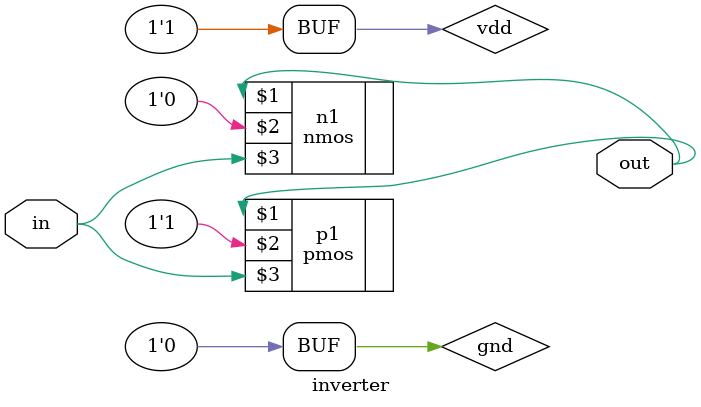
<source format=v>
module inverter(in,out);
	input in;
	output out;
	
	supply1 vdd;
	supply0 gnd;
	
	nmos n1(out,gnd,in);
	pmos p1(out,vdd,in);
endmodule

</source>
